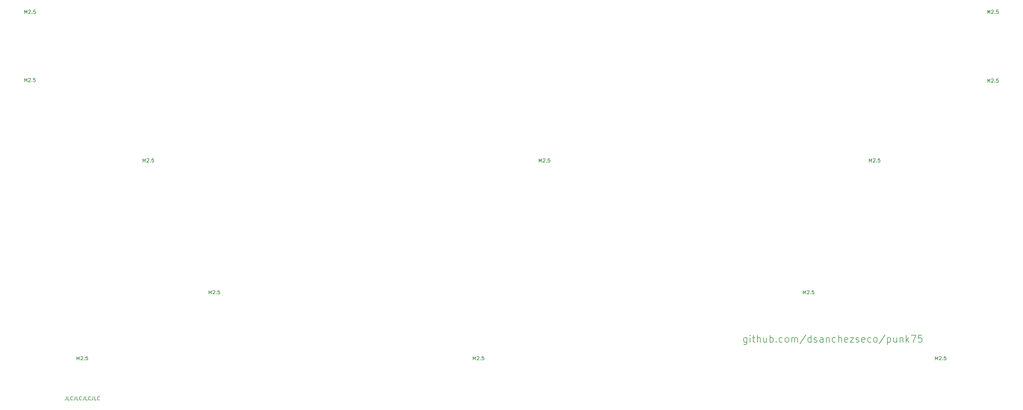
<source format=gbr>
G04 #@! TF.GenerationSoftware,KiCad,Pcbnew,(5.1.6)-1*
G04 #@! TF.CreationDate,2020-11-14T19:27:32+01:00*
G04 #@! TF.ProjectId,punk75_bottom_eotw,70756e6b-3735-45f6-926f-74746f6d5f65,rev?*
G04 #@! TF.SameCoordinates,Original*
G04 #@! TF.FileFunction,Legend,Top*
G04 #@! TF.FilePolarity,Positive*
%FSLAX46Y46*%
G04 Gerber Fmt 4.6, Leading zero omitted, Abs format (unit mm)*
G04 Created by KiCad (PCBNEW (5.1.6)-1) date 2020-11-14 19:27:32*
%MOMM*%
%LPD*%
G01*
G04 APERTURE LIST*
%ADD10C,0.150000*%
G04 APERTURE END LIST*
D10*
X93805952Y-225385380D02*
X93805952Y-226099666D01*
X93758333Y-226242523D01*
X93663095Y-226337761D01*
X93520238Y-226385380D01*
X93425000Y-226385380D01*
X94758333Y-226385380D02*
X94282142Y-226385380D01*
X94282142Y-225385380D01*
X95663095Y-226290142D02*
X95615476Y-226337761D01*
X95472619Y-226385380D01*
X95377380Y-226385380D01*
X95234523Y-226337761D01*
X95139285Y-226242523D01*
X95091666Y-226147285D01*
X95044047Y-225956809D01*
X95044047Y-225813952D01*
X95091666Y-225623476D01*
X95139285Y-225528238D01*
X95234523Y-225433000D01*
X95377380Y-225385380D01*
X95472619Y-225385380D01*
X95615476Y-225433000D01*
X95663095Y-225480619D01*
X96377380Y-225385380D02*
X96377380Y-226099666D01*
X96329761Y-226242523D01*
X96234523Y-226337761D01*
X96091666Y-226385380D01*
X95996428Y-226385380D01*
X97329761Y-226385380D02*
X96853571Y-226385380D01*
X96853571Y-225385380D01*
X98234523Y-226290142D02*
X98186904Y-226337761D01*
X98044047Y-226385380D01*
X97948809Y-226385380D01*
X97805952Y-226337761D01*
X97710714Y-226242523D01*
X97663095Y-226147285D01*
X97615476Y-225956809D01*
X97615476Y-225813952D01*
X97663095Y-225623476D01*
X97710714Y-225528238D01*
X97805952Y-225433000D01*
X97948809Y-225385380D01*
X98044047Y-225385380D01*
X98186904Y-225433000D01*
X98234523Y-225480619D01*
X98948809Y-225385380D02*
X98948809Y-226099666D01*
X98901190Y-226242523D01*
X98805952Y-226337761D01*
X98663095Y-226385380D01*
X98567857Y-226385380D01*
X99901190Y-226385380D02*
X99425000Y-226385380D01*
X99425000Y-225385380D01*
X100805952Y-226290142D02*
X100758333Y-226337761D01*
X100615476Y-226385380D01*
X100520238Y-226385380D01*
X100377380Y-226337761D01*
X100282142Y-226242523D01*
X100234523Y-226147285D01*
X100186904Y-225956809D01*
X100186904Y-225813952D01*
X100234523Y-225623476D01*
X100282142Y-225528238D01*
X100377380Y-225433000D01*
X100520238Y-225385380D01*
X100615476Y-225385380D01*
X100758333Y-225433000D01*
X100805952Y-225480619D01*
X101520238Y-225385380D02*
X101520238Y-226099666D01*
X101472619Y-226242523D01*
X101377380Y-226337761D01*
X101234523Y-226385380D01*
X101139285Y-226385380D01*
X102472619Y-226385380D02*
X101996428Y-226385380D01*
X101996428Y-225385380D01*
X103377380Y-226290142D02*
X103329761Y-226337761D01*
X103186904Y-226385380D01*
X103091666Y-226385380D01*
X102948809Y-226337761D01*
X102853571Y-226242523D01*
X102805952Y-226147285D01*
X102758333Y-225956809D01*
X102758333Y-225813952D01*
X102805952Y-225623476D01*
X102853571Y-225528238D01*
X102948809Y-225433000D01*
X103091666Y-225385380D01*
X103186904Y-225385380D01*
X103329761Y-225433000D01*
X103377380Y-225480619D01*
X290150476Y-208359428D02*
X290150476Y-209978476D01*
X290055238Y-210168952D01*
X289960000Y-210264190D01*
X289769523Y-210359428D01*
X289483809Y-210359428D01*
X289293333Y-210264190D01*
X290150476Y-209597523D02*
X289960000Y-209692761D01*
X289579047Y-209692761D01*
X289388571Y-209597523D01*
X289293333Y-209502285D01*
X289198095Y-209311809D01*
X289198095Y-208740380D01*
X289293333Y-208549904D01*
X289388571Y-208454666D01*
X289579047Y-208359428D01*
X289960000Y-208359428D01*
X290150476Y-208454666D01*
X291102857Y-209692761D02*
X291102857Y-208359428D01*
X291102857Y-207692761D02*
X291007619Y-207788000D01*
X291102857Y-207883238D01*
X291198095Y-207788000D01*
X291102857Y-207692761D01*
X291102857Y-207883238D01*
X291769523Y-208359428D02*
X292531428Y-208359428D01*
X292055238Y-207692761D02*
X292055238Y-209407047D01*
X292150476Y-209597523D01*
X292340952Y-209692761D01*
X292531428Y-209692761D01*
X293198095Y-209692761D02*
X293198095Y-207692761D01*
X294055238Y-209692761D02*
X294055238Y-208645142D01*
X293960000Y-208454666D01*
X293769523Y-208359428D01*
X293483809Y-208359428D01*
X293293333Y-208454666D01*
X293198095Y-208549904D01*
X295864761Y-208359428D02*
X295864761Y-209692761D01*
X295007619Y-208359428D02*
X295007619Y-209407047D01*
X295102857Y-209597523D01*
X295293333Y-209692761D01*
X295579047Y-209692761D01*
X295769523Y-209597523D01*
X295864761Y-209502285D01*
X296817142Y-209692761D02*
X296817142Y-207692761D01*
X296817142Y-208454666D02*
X297007619Y-208359428D01*
X297388571Y-208359428D01*
X297579047Y-208454666D01*
X297674285Y-208549904D01*
X297769523Y-208740380D01*
X297769523Y-209311809D01*
X297674285Y-209502285D01*
X297579047Y-209597523D01*
X297388571Y-209692761D01*
X297007619Y-209692761D01*
X296817142Y-209597523D01*
X298626666Y-209502285D02*
X298721904Y-209597523D01*
X298626666Y-209692761D01*
X298531428Y-209597523D01*
X298626666Y-209502285D01*
X298626666Y-209692761D01*
X300436190Y-209597523D02*
X300245714Y-209692761D01*
X299864761Y-209692761D01*
X299674285Y-209597523D01*
X299579047Y-209502285D01*
X299483809Y-209311809D01*
X299483809Y-208740380D01*
X299579047Y-208549904D01*
X299674285Y-208454666D01*
X299864761Y-208359428D01*
X300245714Y-208359428D01*
X300436190Y-208454666D01*
X301579047Y-209692761D02*
X301388571Y-209597523D01*
X301293333Y-209502285D01*
X301198095Y-209311809D01*
X301198095Y-208740380D01*
X301293333Y-208549904D01*
X301388571Y-208454666D01*
X301579047Y-208359428D01*
X301864761Y-208359428D01*
X302055238Y-208454666D01*
X302150476Y-208549904D01*
X302245714Y-208740380D01*
X302245714Y-209311809D01*
X302150476Y-209502285D01*
X302055238Y-209597523D01*
X301864761Y-209692761D01*
X301579047Y-209692761D01*
X303102857Y-209692761D02*
X303102857Y-208359428D01*
X303102857Y-208549904D02*
X303198095Y-208454666D01*
X303388571Y-208359428D01*
X303674285Y-208359428D01*
X303864761Y-208454666D01*
X303960000Y-208645142D01*
X303960000Y-209692761D01*
X303960000Y-208645142D02*
X304055238Y-208454666D01*
X304245714Y-208359428D01*
X304531428Y-208359428D01*
X304721904Y-208454666D01*
X304817142Y-208645142D01*
X304817142Y-209692761D01*
X307198095Y-207597523D02*
X305483809Y-210168952D01*
X308721904Y-209692761D02*
X308721904Y-207692761D01*
X308721904Y-209597523D02*
X308531428Y-209692761D01*
X308150476Y-209692761D01*
X307960000Y-209597523D01*
X307864761Y-209502285D01*
X307769523Y-209311809D01*
X307769523Y-208740380D01*
X307864761Y-208549904D01*
X307960000Y-208454666D01*
X308150476Y-208359428D01*
X308531428Y-208359428D01*
X308721904Y-208454666D01*
X309579047Y-209597523D02*
X309769523Y-209692761D01*
X310150476Y-209692761D01*
X310340952Y-209597523D01*
X310436190Y-209407047D01*
X310436190Y-209311809D01*
X310340952Y-209121333D01*
X310150476Y-209026095D01*
X309864761Y-209026095D01*
X309674285Y-208930857D01*
X309579047Y-208740380D01*
X309579047Y-208645142D01*
X309674285Y-208454666D01*
X309864761Y-208359428D01*
X310150476Y-208359428D01*
X310340952Y-208454666D01*
X312150476Y-209692761D02*
X312150476Y-208645142D01*
X312055238Y-208454666D01*
X311864761Y-208359428D01*
X311483809Y-208359428D01*
X311293333Y-208454666D01*
X312150476Y-209597523D02*
X311960000Y-209692761D01*
X311483809Y-209692761D01*
X311293333Y-209597523D01*
X311198095Y-209407047D01*
X311198095Y-209216571D01*
X311293333Y-209026095D01*
X311483809Y-208930857D01*
X311960000Y-208930857D01*
X312150476Y-208835619D01*
X313102857Y-208359428D02*
X313102857Y-209692761D01*
X313102857Y-208549904D02*
X313198095Y-208454666D01*
X313388571Y-208359428D01*
X313674285Y-208359428D01*
X313864761Y-208454666D01*
X313960000Y-208645142D01*
X313960000Y-209692761D01*
X315769523Y-209597523D02*
X315579047Y-209692761D01*
X315198095Y-209692761D01*
X315007619Y-209597523D01*
X314912380Y-209502285D01*
X314817142Y-209311809D01*
X314817142Y-208740380D01*
X314912380Y-208549904D01*
X315007619Y-208454666D01*
X315198095Y-208359428D01*
X315579047Y-208359428D01*
X315769523Y-208454666D01*
X316626666Y-209692761D02*
X316626666Y-207692761D01*
X317483809Y-209692761D02*
X317483809Y-208645142D01*
X317388571Y-208454666D01*
X317198095Y-208359428D01*
X316912380Y-208359428D01*
X316721904Y-208454666D01*
X316626666Y-208549904D01*
X319198095Y-209597523D02*
X319007619Y-209692761D01*
X318626666Y-209692761D01*
X318436190Y-209597523D01*
X318340952Y-209407047D01*
X318340952Y-208645142D01*
X318436190Y-208454666D01*
X318626666Y-208359428D01*
X319007619Y-208359428D01*
X319198095Y-208454666D01*
X319293333Y-208645142D01*
X319293333Y-208835619D01*
X318340952Y-209026095D01*
X319960000Y-208359428D02*
X321007619Y-208359428D01*
X319960000Y-209692761D01*
X321007619Y-209692761D01*
X321674285Y-209597523D02*
X321864761Y-209692761D01*
X322245714Y-209692761D01*
X322436190Y-209597523D01*
X322531428Y-209407047D01*
X322531428Y-209311809D01*
X322436190Y-209121333D01*
X322245714Y-209026095D01*
X321960000Y-209026095D01*
X321769523Y-208930857D01*
X321674285Y-208740380D01*
X321674285Y-208645142D01*
X321769523Y-208454666D01*
X321960000Y-208359428D01*
X322245714Y-208359428D01*
X322436190Y-208454666D01*
X324150476Y-209597523D02*
X323960000Y-209692761D01*
X323579047Y-209692761D01*
X323388571Y-209597523D01*
X323293333Y-209407047D01*
X323293333Y-208645142D01*
X323388571Y-208454666D01*
X323579047Y-208359428D01*
X323960000Y-208359428D01*
X324150476Y-208454666D01*
X324245714Y-208645142D01*
X324245714Y-208835619D01*
X323293333Y-209026095D01*
X325960000Y-209597523D02*
X325769523Y-209692761D01*
X325388571Y-209692761D01*
X325198095Y-209597523D01*
X325102857Y-209502285D01*
X325007619Y-209311809D01*
X325007619Y-208740380D01*
X325102857Y-208549904D01*
X325198095Y-208454666D01*
X325388571Y-208359428D01*
X325769523Y-208359428D01*
X325960000Y-208454666D01*
X327102857Y-209692761D02*
X326912380Y-209597523D01*
X326817142Y-209502285D01*
X326721904Y-209311809D01*
X326721904Y-208740380D01*
X326817142Y-208549904D01*
X326912380Y-208454666D01*
X327102857Y-208359428D01*
X327388571Y-208359428D01*
X327579047Y-208454666D01*
X327674285Y-208549904D01*
X327769523Y-208740380D01*
X327769523Y-209311809D01*
X327674285Y-209502285D01*
X327579047Y-209597523D01*
X327388571Y-209692761D01*
X327102857Y-209692761D01*
X330055238Y-207597523D02*
X328340952Y-210168952D01*
X330721904Y-208359428D02*
X330721904Y-210359428D01*
X330721904Y-208454666D02*
X330912380Y-208359428D01*
X331293333Y-208359428D01*
X331483809Y-208454666D01*
X331579047Y-208549904D01*
X331674285Y-208740380D01*
X331674285Y-209311809D01*
X331579047Y-209502285D01*
X331483809Y-209597523D01*
X331293333Y-209692761D01*
X330912380Y-209692761D01*
X330721904Y-209597523D01*
X333388571Y-208359428D02*
X333388571Y-209692761D01*
X332531428Y-208359428D02*
X332531428Y-209407047D01*
X332626666Y-209597523D01*
X332817142Y-209692761D01*
X333102857Y-209692761D01*
X333293333Y-209597523D01*
X333388571Y-209502285D01*
X334340952Y-208359428D02*
X334340952Y-209692761D01*
X334340952Y-208549904D02*
X334436190Y-208454666D01*
X334626666Y-208359428D01*
X334912380Y-208359428D01*
X335102857Y-208454666D01*
X335198095Y-208645142D01*
X335198095Y-209692761D01*
X336150476Y-209692761D02*
X336150476Y-207692761D01*
X336340952Y-208930857D02*
X336912380Y-209692761D01*
X336912380Y-208359428D02*
X336150476Y-209121333D01*
X337579047Y-207692761D02*
X338912380Y-207692761D01*
X338055238Y-209692761D01*
X340626666Y-207692761D02*
X339674285Y-207692761D01*
X339579047Y-208645142D01*
X339674285Y-208549904D01*
X339864761Y-208454666D01*
X340340952Y-208454666D01*
X340531428Y-208549904D01*
X340626666Y-208645142D01*
X340721904Y-208835619D01*
X340721904Y-209311809D01*
X340626666Y-209502285D01*
X340531428Y-209597523D01*
X340340952Y-209692761D01*
X339864761Y-209692761D01*
X339674285Y-209597523D01*
X339579047Y-209502285D01*
X306451190Y-195789880D02*
X306451190Y-194789880D01*
X306784523Y-195504166D01*
X307117857Y-194789880D01*
X307117857Y-195789880D01*
X307546428Y-194885119D02*
X307594047Y-194837500D01*
X307689285Y-194789880D01*
X307927380Y-194789880D01*
X308022619Y-194837500D01*
X308070238Y-194885119D01*
X308117857Y-194980357D01*
X308117857Y-195075595D01*
X308070238Y-195218452D01*
X307498809Y-195789880D01*
X308117857Y-195789880D01*
X308546428Y-195694642D02*
X308594047Y-195742261D01*
X308546428Y-195789880D01*
X308498809Y-195742261D01*
X308546428Y-195694642D01*
X308546428Y-195789880D01*
X309498809Y-194789880D02*
X309022619Y-194789880D01*
X308975000Y-195266071D01*
X309022619Y-195218452D01*
X309117857Y-195170833D01*
X309355952Y-195170833D01*
X309451190Y-195218452D01*
X309498809Y-195266071D01*
X309546428Y-195361309D01*
X309546428Y-195599404D01*
X309498809Y-195694642D01*
X309451190Y-195742261D01*
X309355952Y-195789880D01*
X309117857Y-195789880D01*
X309022619Y-195742261D01*
X308975000Y-195694642D01*
X135001190Y-195789880D02*
X135001190Y-194789880D01*
X135334523Y-195504166D01*
X135667857Y-194789880D01*
X135667857Y-195789880D01*
X136096428Y-194885119D02*
X136144047Y-194837500D01*
X136239285Y-194789880D01*
X136477380Y-194789880D01*
X136572619Y-194837500D01*
X136620238Y-194885119D01*
X136667857Y-194980357D01*
X136667857Y-195075595D01*
X136620238Y-195218452D01*
X136048809Y-195789880D01*
X136667857Y-195789880D01*
X137096428Y-195694642D02*
X137144047Y-195742261D01*
X137096428Y-195789880D01*
X137048809Y-195742261D01*
X137096428Y-195694642D01*
X137096428Y-195789880D01*
X138048809Y-194789880D02*
X137572619Y-194789880D01*
X137525000Y-195266071D01*
X137572619Y-195218452D01*
X137667857Y-195170833D01*
X137905952Y-195170833D01*
X138001190Y-195218452D01*
X138048809Y-195266071D01*
X138096428Y-195361309D01*
X138096428Y-195599404D01*
X138048809Y-195694642D01*
X138001190Y-195742261D01*
X137905952Y-195789880D01*
X137667857Y-195789880D01*
X137572619Y-195742261D01*
X137525000Y-195694642D01*
X359632440Y-134671130D02*
X359632440Y-133671130D01*
X359965773Y-134385416D01*
X360299107Y-133671130D01*
X360299107Y-134671130D01*
X360727678Y-133766369D02*
X360775297Y-133718750D01*
X360870535Y-133671130D01*
X361108630Y-133671130D01*
X361203869Y-133718750D01*
X361251488Y-133766369D01*
X361299107Y-133861607D01*
X361299107Y-133956845D01*
X361251488Y-134099702D01*
X360680059Y-134671130D01*
X361299107Y-134671130D01*
X361727678Y-134575892D02*
X361775297Y-134623511D01*
X361727678Y-134671130D01*
X361680059Y-134623511D01*
X361727678Y-134575892D01*
X361727678Y-134671130D01*
X362680059Y-133671130D02*
X362203869Y-133671130D01*
X362156250Y-134147321D01*
X362203869Y-134099702D01*
X362299107Y-134052083D01*
X362537202Y-134052083D01*
X362632440Y-134099702D01*
X362680059Y-134147321D01*
X362727678Y-134242559D01*
X362727678Y-134480654D01*
X362680059Y-134575892D01*
X362632440Y-134623511D01*
X362537202Y-134671130D01*
X362299107Y-134671130D01*
X362203869Y-134623511D01*
X362156250Y-134575892D01*
X359632440Y-114827380D02*
X359632440Y-113827380D01*
X359965773Y-114541666D01*
X360299107Y-113827380D01*
X360299107Y-114827380D01*
X360727678Y-113922619D02*
X360775297Y-113875000D01*
X360870535Y-113827380D01*
X361108630Y-113827380D01*
X361203869Y-113875000D01*
X361251488Y-113922619D01*
X361299107Y-114017857D01*
X361299107Y-114113095D01*
X361251488Y-114255952D01*
X360680059Y-114827380D01*
X361299107Y-114827380D01*
X361727678Y-114732142D02*
X361775297Y-114779761D01*
X361727678Y-114827380D01*
X361680059Y-114779761D01*
X361727678Y-114732142D01*
X361727678Y-114827380D01*
X362680059Y-113827380D02*
X362203869Y-113827380D01*
X362156250Y-114303571D01*
X362203869Y-114255952D01*
X362299107Y-114208333D01*
X362537202Y-114208333D01*
X362632440Y-114255952D01*
X362680059Y-114303571D01*
X362727678Y-114398809D01*
X362727678Y-114636904D01*
X362680059Y-114732142D01*
X362632440Y-114779761D01*
X362537202Y-114827380D01*
X362299107Y-114827380D01*
X362203869Y-114779761D01*
X362156250Y-114732142D01*
X81788190Y-134512380D02*
X81788190Y-133512380D01*
X82121523Y-134226666D01*
X82454857Y-133512380D01*
X82454857Y-134512380D01*
X82883428Y-133607619D02*
X82931047Y-133560000D01*
X83026285Y-133512380D01*
X83264380Y-133512380D01*
X83359619Y-133560000D01*
X83407238Y-133607619D01*
X83454857Y-133702857D01*
X83454857Y-133798095D01*
X83407238Y-133940952D01*
X82835809Y-134512380D01*
X83454857Y-134512380D01*
X83883428Y-134417142D02*
X83931047Y-134464761D01*
X83883428Y-134512380D01*
X83835809Y-134464761D01*
X83883428Y-134417142D01*
X83883428Y-134512380D01*
X84835809Y-133512380D02*
X84359619Y-133512380D01*
X84312000Y-133988571D01*
X84359619Y-133940952D01*
X84454857Y-133893333D01*
X84692952Y-133893333D01*
X84788190Y-133940952D01*
X84835809Y-133988571D01*
X84883428Y-134083809D01*
X84883428Y-134321904D01*
X84835809Y-134417142D01*
X84788190Y-134464761D01*
X84692952Y-134512380D01*
X84454857Y-134512380D01*
X84359619Y-134464761D01*
X84312000Y-134417142D01*
X81819940Y-114827380D02*
X81819940Y-113827380D01*
X82153273Y-114541666D01*
X82486607Y-113827380D01*
X82486607Y-114827380D01*
X82915178Y-113922619D02*
X82962797Y-113875000D01*
X83058035Y-113827380D01*
X83296130Y-113827380D01*
X83391369Y-113875000D01*
X83438988Y-113922619D01*
X83486607Y-114017857D01*
X83486607Y-114113095D01*
X83438988Y-114255952D01*
X82867559Y-114827380D01*
X83486607Y-114827380D01*
X83915178Y-114732142D02*
X83962797Y-114779761D01*
X83915178Y-114827380D01*
X83867559Y-114779761D01*
X83915178Y-114732142D01*
X83915178Y-114827380D01*
X84867559Y-113827380D02*
X84391369Y-113827380D01*
X84343750Y-114303571D01*
X84391369Y-114255952D01*
X84486607Y-114208333D01*
X84724702Y-114208333D01*
X84819940Y-114255952D01*
X84867559Y-114303571D01*
X84915178Y-114398809D01*
X84915178Y-114636904D01*
X84867559Y-114732142D01*
X84819940Y-114779761D01*
X84724702Y-114827380D01*
X84486607Y-114827380D01*
X84391369Y-114779761D01*
X84343750Y-114732142D01*
X230251190Y-157753380D02*
X230251190Y-156753380D01*
X230584523Y-157467666D01*
X230917857Y-156753380D01*
X230917857Y-157753380D01*
X231346428Y-156848619D02*
X231394047Y-156801000D01*
X231489285Y-156753380D01*
X231727380Y-156753380D01*
X231822619Y-156801000D01*
X231870238Y-156848619D01*
X231917857Y-156943857D01*
X231917857Y-157039095D01*
X231870238Y-157181952D01*
X231298809Y-157753380D01*
X231917857Y-157753380D01*
X232346428Y-157658142D02*
X232394047Y-157705761D01*
X232346428Y-157753380D01*
X232298809Y-157705761D01*
X232346428Y-157658142D01*
X232346428Y-157753380D01*
X233298809Y-156753380D02*
X232822619Y-156753380D01*
X232775000Y-157229571D01*
X232822619Y-157181952D01*
X232917857Y-157134333D01*
X233155952Y-157134333D01*
X233251190Y-157181952D01*
X233298809Y-157229571D01*
X233346428Y-157324809D01*
X233346428Y-157562904D01*
X233298809Y-157658142D01*
X233251190Y-157705761D01*
X233155952Y-157753380D01*
X232917857Y-157753380D01*
X232822619Y-157705761D01*
X232775000Y-157658142D01*
X325501190Y-157702380D02*
X325501190Y-156702380D01*
X325834523Y-157416666D01*
X326167857Y-156702380D01*
X326167857Y-157702380D01*
X326596428Y-156797619D02*
X326644047Y-156750000D01*
X326739285Y-156702380D01*
X326977380Y-156702380D01*
X327072619Y-156750000D01*
X327120238Y-156797619D01*
X327167857Y-156892857D01*
X327167857Y-156988095D01*
X327120238Y-157130952D01*
X326548809Y-157702380D01*
X327167857Y-157702380D01*
X327596428Y-157607142D02*
X327644047Y-157654761D01*
X327596428Y-157702380D01*
X327548809Y-157654761D01*
X327596428Y-157607142D01*
X327596428Y-157702380D01*
X328548809Y-156702380D02*
X328072619Y-156702380D01*
X328025000Y-157178571D01*
X328072619Y-157130952D01*
X328167857Y-157083333D01*
X328405952Y-157083333D01*
X328501190Y-157130952D01*
X328548809Y-157178571D01*
X328596428Y-157273809D01*
X328596428Y-157511904D01*
X328548809Y-157607142D01*
X328501190Y-157654761D01*
X328405952Y-157702380D01*
X328167857Y-157702380D01*
X328072619Y-157654761D01*
X328025000Y-157607142D01*
X344551190Y-214839880D02*
X344551190Y-213839880D01*
X344884523Y-214554166D01*
X345217857Y-213839880D01*
X345217857Y-214839880D01*
X345646428Y-213935119D02*
X345694047Y-213887500D01*
X345789285Y-213839880D01*
X346027380Y-213839880D01*
X346122619Y-213887500D01*
X346170238Y-213935119D01*
X346217857Y-214030357D01*
X346217857Y-214125595D01*
X346170238Y-214268452D01*
X345598809Y-214839880D01*
X346217857Y-214839880D01*
X346646428Y-214744642D02*
X346694047Y-214792261D01*
X346646428Y-214839880D01*
X346598809Y-214792261D01*
X346646428Y-214744642D01*
X346646428Y-214839880D01*
X347598809Y-213839880D02*
X347122619Y-213839880D01*
X347075000Y-214316071D01*
X347122619Y-214268452D01*
X347217857Y-214220833D01*
X347455952Y-214220833D01*
X347551190Y-214268452D01*
X347598809Y-214316071D01*
X347646428Y-214411309D01*
X347646428Y-214649404D01*
X347598809Y-214744642D01*
X347551190Y-214792261D01*
X347455952Y-214839880D01*
X347217857Y-214839880D01*
X347122619Y-214792261D01*
X347075000Y-214744642D01*
X211201190Y-214839880D02*
X211201190Y-213839880D01*
X211534523Y-214554166D01*
X211867857Y-213839880D01*
X211867857Y-214839880D01*
X212296428Y-213935119D02*
X212344047Y-213887500D01*
X212439285Y-213839880D01*
X212677380Y-213839880D01*
X212772619Y-213887500D01*
X212820238Y-213935119D01*
X212867857Y-214030357D01*
X212867857Y-214125595D01*
X212820238Y-214268452D01*
X212248809Y-214839880D01*
X212867857Y-214839880D01*
X213296428Y-214744642D02*
X213344047Y-214792261D01*
X213296428Y-214839880D01*
X213248809Y-214792261D01*
X213296428Y-214744642D01*
X213296428Y-214839880D01*
X214248809Y-213839880D02*
X213772619Y-213839880D01*
X213725000Y-214316071D01*
X213772619Y-214268452D01*
X213867857Y-214220833D01*
X214105952Y-214220833D01*
X214201190Y-214268452D01*
X214248809Y-214316071D01*
X214296428Y-214411309D01*
X214296428Y-214649404D01*
X214248809Y-214744642D01*
X214201190Y-214792261D01*
X214105952Y-214839880D01*
X213867857Y-214839880D01*
X213772619Y-214792261D01*
X213725000Y-214744642D01*
X96901190Y-214839880D02*
X96901190Y-213839880D01*
X97234523Y-214554166D01*
X97567857Y-213839880D01*
X97567857Y-214839880D01*
X97996428Y-213935119D02*
X98044047Y-213887500D01*
X98139285Y-213839880D01*
X98377380Y-213839880D01*
X98472619Y-213887500D01*
X98520238Y-213935119D01*
X98567857Y-214030357D01*
X98567857Y-214125595D01*
X98520238Y-214268452D01*
X97948809Y-214839880D01*
X98567857Y-214839880D01*
X98996428Y-214744642D02*
X99044047Y-214792261D01*
X98996428Y-214839880D01*
X98948809Y-214792261D01*
X98996428Y-214744642D01*
X98996428Y-214839880D01*
X99948809Y-213839880D02*
X99472619Y-213839880D01*
X99425000Y-214316071D01*
X99472619Y-214268452D01*
X99567857Y-214220833D01*
X99805952Y-214220833D01*
X99901190Y-214268452D01*
X99948809Y-214316071D01*
X99996428Y-214411309D01*
X99996428Y-214649404D01*
X99948809Y-214744642D01*
X99901190Y-214792261D01*
X99805952Y-214839880D01*
X99567857Y-214839880D01*
X99472619Y-214792261D01*
X99425000Y-214744642D01*
X115951190Y-157712380D02*
X115951190Y-156712380D01*
X116284523Y-157426666D01*
X116617857Y-156712380D01*
X116617857Y-157712380D01*
X117046428Y-156807619D02*
X117094047Y-156760000D01*
X117189285Y-156712380D01*
X117427380Y-156712380D01*
X117522619Y-156760000D01*
X117570238Y-156807619D01*
X117617857Y-156902857D01*
X117617857Y-156998095D01*
X117570238Y-157140952D01*
X116998809Y-157712380D01*
X117617857Y-157712380D01*
X118046428Y-157617142D02*
X118094047Y-157664761D01*
X118046428Y-157712380D01*
X117998809Y-157664761D01*
X118046428Y-157617142D01*
X118046428Y-157712380D01*
X118998809Y-156712380D02*
X118522619Y-156712380D01*
X118475000Y-157188571D01*
X118522619Y-157140952D01*
X118617857Y-157093333D01*
X118855952Y-157093333D01*
X118951190Y-157140952D01*
X118998809Y-157188571D01*
X119046428Y-157283809D01*
X119046428Y-157521904D01*
X118998809Y-157617142D01*
X118951190Y-157664761D01*
X118855952Y-157712380D01*
X118617857Y-157712380D01*
X118522619Y-157664761D01*
X118475000Y-157617142D01*
M02*

</source>
